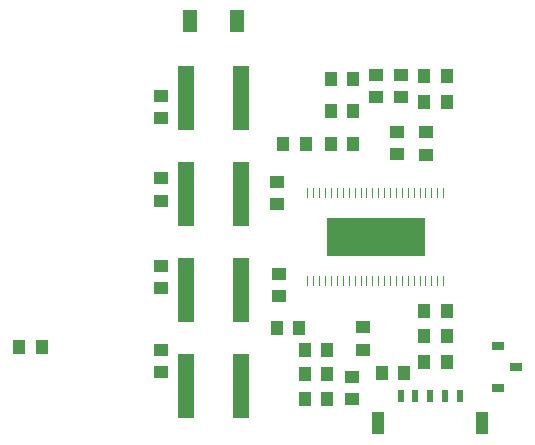
<source format=gbr>
G04 DipTrace 3.3.1.3*
G04 BottomPaste.gbr*
%MOIN*%
G04 #@! TF.FileFunction,Paste,Bot*
G04 #@! TF.Part,Single*
%ADD104R,0.326614X0.129764*%
%ADD106R,0.003189X0.031339*%
%ADD110R,0.041181X0.027402*%
%ADD120R,0.054961X0.216378*%
%ADD126R,0.04315X0.076614*%
%ADD128R,0.023465X0.039213*%
%ADD150R,0.047087X0.074646*%
%ADD154R,0.04315X0.051024*%
%ADD156R,0.051024X0.04315*%
%FSLAX26Y26*%
G04*
G70*
G90*
G75*
G01*
G04 BotPaste*
%LPD*%
D156*
X1743252Y1543622D3*
Y1618425D3*
D154*
X1593337Y1386375D3*
X1668140D3*
X1580388Y699046D3*
X1505585D3*
X1593133Y1495640D3*
X1667936D3*
X1593133Y1604215D3*
X1667936D3*
X1580388Y618720D3*
X1505585D3*
X1580184Y538395D3*
X1505381D3*
X1979472Y748346D3*
X1904669D3*
D156*
X1908606Y1425512D3*
Y1350709D3*
D154*
X1979983Y660366D3*
X1905180D3*
X1762937Y622362D3*
X1837740D3*
D156*
X1812596Y1352808D3*
Y1427612D3*
D154*
X1979472Y1527874D3*
X1904669D3*
X1904975Y831243D3*
X1979778D3*
D156*
X1413487Y1261362D3*
Y1186559D3*
X1699945Y701102D3*
Y775906D3*
X1664512Y535748D3*
Y610551D3*
D154*
X1433862Y1386375D3*
X1508665D3*
D156*
X1419738Y880277D3*
Y955080D3*
D154*
X1411864Y773811D3*
X1486667D3*
D156*
X1026717Y905827D3*
Y980630D3*
Y701102D3*
Y626299D3*
Y1547559D3*
Y1472756D3*
Y1271969D3*
Y1197165D3*
D154*
X629079Y708976D3*
X554276D3*
D150*
X1278685Y1795591D3*
X1125147D3*
D128*
X1825929Y547559D3*
X1875142D3*
D126*
X2095614Y457205D3*
X1751126D3*
D128*
X1924354Y547559D3*
X2022780D3*
X1973567D3*
D120*
X1294433Y899168D3*
X1109394D3*
X1294433Y579055D3*
X1109394D3*
X1294433Y1539395D3*
X1109394D3*
X1294433Y1219282D3*
X1109394D3*
D156*
X1825929Y1543622D3*
Y1618425D3*
D154*
X1979472Y1614488D3*
X1904669D3*
D110*
X2148764Y575118D3*
Y712913D3*
X2211756Y644014D3*
D106*
X1518125Y1223858D3*
X1537810D3*
X1557495D3*
X1577180D3*
X1596865D3*
X1616550D3*
X1636235D3*
X1655920D3*
X1675605D3*
X1695290D3*
X1714975D3*
X1734660D3*
X1754345D3*
X1774030D3*
X1793715D3*
X1813400D3*
X1833085D3*
X1852770D3*
X1872455D3*
X1892140D3*
X1911825D3*
X1931510D3*
X1951196D3*
X1970881D3*
Y928583D3*
X1951196D3*
X1931510D3*
X1911825D3*
X1892140D3*
X1872455D3*
X1852770D3*
X1833085D3*
X1813400D3*
X1793715D3*
X1774030D3*
X1754345D3*
X1734660D3*
X1714975D3*
X1695290D3*
X1675605D3*
X1655920D3*
X1636235D3*
X1616550D3*
X1596865D3*
X1577180D3*
X1557495D3*
X1537810D3*
X1518125D3*
D104*
X1744503Y1076220D3*
M02*

</source>
